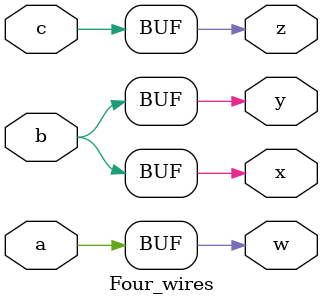
<source format=v>
`timescale 1ns / 1ps


module Four_wires(input a,b,c, output w,x,y,z);
assign w=a;
assign x=b;
assign y=b;
assign z=c;

endmodule

</source>
